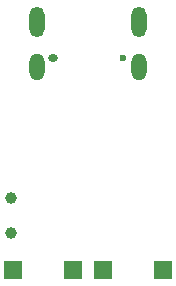
<source format=gbr>
%TF.GenerationSoftware,KiCad,Pcbnew,7.0.7*%
%TF.CreationDate,2023-09-27T10:33:14+01:00*%
%TF.ProjectId,tp4650+10a45,74703436-3530-42b3-9130-6134352e6b69,rev?*%
%TF.SameCoordinates,Original*%
%TF.FileFunction,Soldermask,Bot*%
%TF.FilePolarity,Negative*%
%FSLAX46Y46*%
G04 Gerber Fmt 4.6, Leading zero omitted, Abs format (unit mm)*
G04 Created by KiCad (PCBNEW 7.0.7) date 2023-09-27 10:33:14*
%MOMM*%
%LPD*%
G01*
G04 APERTURE LIST*
%ADD10R,1.500000X1.500000*%
%ADD11O,1.300000X2.600000*%
%ADD12O,1.300000X2.300000*%
%ADD13O,0.850000X0.600000*%
%ADD14C,0.600000*%
%ADD15C,1.000000*%
G04 APERTURE END LIST*
D10*
%TO.C,+*%
X131673600Y-97180400D03*
%TD*%
%TO.C,B+*%
X136753600Y-97155000D03*
%TD*%
%TO.C,-*%
X144373600Y-97180400D03*
%TD*%
%TO.C,B-*%
X139293600Y-97170240D03*
%TD*%
D11*
%TO.C,P1*%
X133703600Y-76116800D03*
D12*
X133703600Y-79941800D03*
D11*
X142343600Y-76116800D03*
D12*
X142343600Y-79941800D03*
D13*
X135023600Y-79216800D03*
D14*
X141023600Y-79216800D03*
%TD*%
D15*
%TO.C,SW1*%
X131479800Y-94054800D03*
X131479800Y-91054800D03*
%TD*%
M02*

</source>
